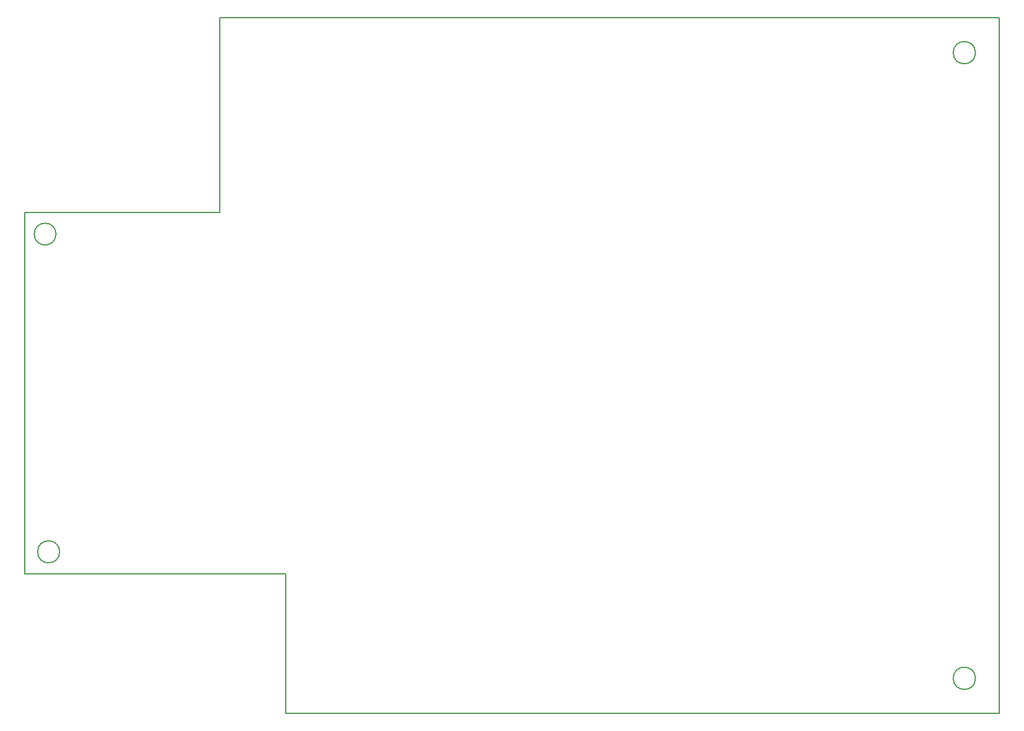
<source format=gbr>
G04 #@! TF.FileFunction,Profile,NP*
%FSLAX46Y46*%
G04 Gerber Fmt 4.6, Leading zero omitted, Abs format (unit mm)*
G04 Created by KiCad (PCBNEW 4.0.6+dfsg1-1) date Wed Nov 15 17:46:22 2017*
%MOMM*%
%LPD*%
G01*
G04 APERTURE LIST*
%ADD10C,0.100000*%
%ADD11C,0.150000*%
G04 APERTURE END LIST*
D10*
D11*
X58300000Y-72100000D02*
X58300000Y-124100000D01*
X86300000Y-44100000D02*
X198300000Y-44100000D01*
X194900000Y-49100000D02*
G75*
G03X194900000Y-49100000I-1600000J0D01*
G01*
X86300000Y-72100000D02*
X58300000Y-72100000D01*
X86300000Y-44100000D02*
X86300000Y-72100000D01*
X62762050Y-75200000D02*
G75*
G03X62762050Y-75200000I-1562050J0D01*
G01*
X63281139Y-120900000D02*
G75*
G03X63281139Y-120900000I-1581139J0D01*
G01*
X194900000Y-139100000D02*
G75*
G03X194900000Y-139100000I-1600000J0D01*
G01*
X95800000Y-124100000D02*
X58300000Y-124100000D01*
X95800000Y-144100000D02*
X95800000Y-124100000D01*
X198300000Y-144100000D02*
X95800000Y-144100000D01*
X198300000Y-44100000D02*
X198300000Y-144100000D01*
M02*

</source>
